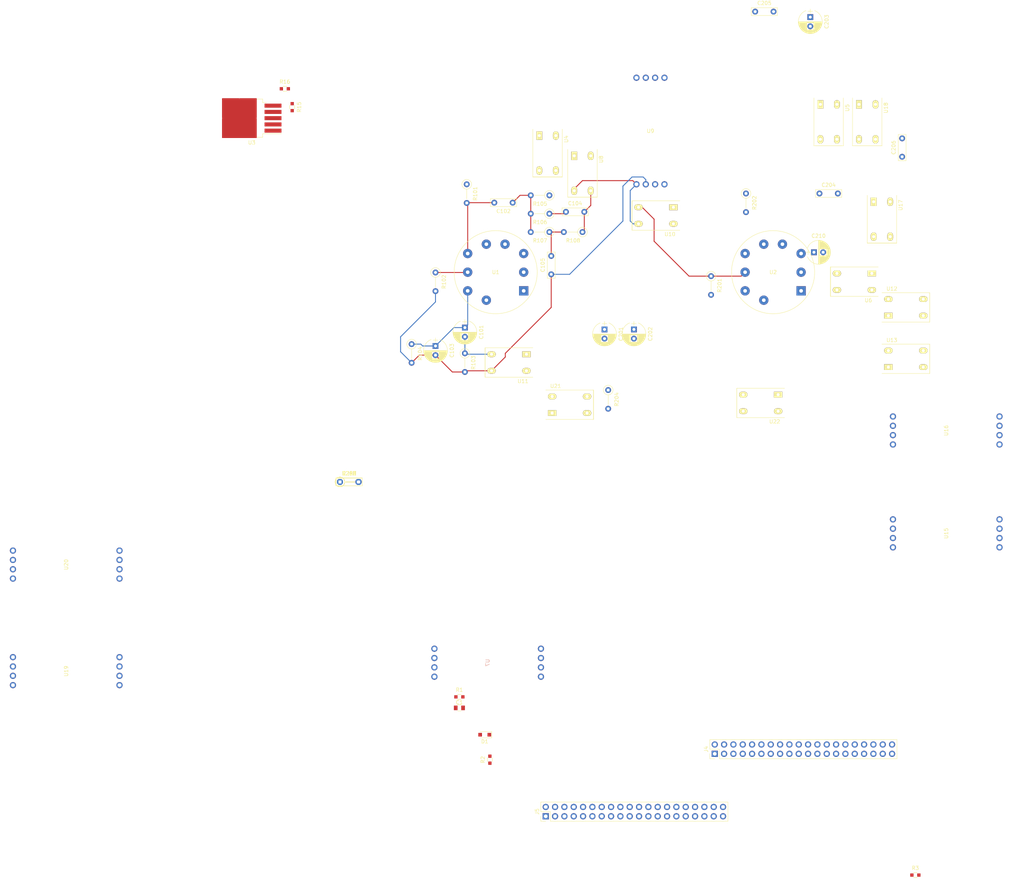
<source format=kicad_pcb>
(kicad_pcb (version 4) (host pcbnew 4.0.7-e0-6372~58~ubuntu16.10.1)
  (layers (0 F.Cu signal) (31 B.Cu signal) (34 B.Paste user) (35 F.Paste user) (36 B.SilkS user) (37 F.SilkS user) (38 B.Mask user) (39 F.Mask user) (44 Edge.Cuts user))
  (net 0 "")
  (net 1 "Net-(C1-Pad1)")
  (net 2 "Net-(C1-Pad2)")
  (net 3 GNDD)
  (net 4 "Net-(R3-Pad2)")
  (net 5 "Net-(C101-Pad1)")
  (net 6 "Net-(C101-Pad2)")
  (net 7 "Net-(C102-Pad1)")
  (net 8 "Net-(C102-Pad2)")
  (net 9 GND_V1)
  (net 10 "Net-(C104-Pad1)")
  (net 11 "Net-(C104-Pad2)")
  (net 12 "Net-(C105-Pad2)")
  (net 13 "Net-(D1-Pad2)")
  (net 14 SW1)
  (net 15 SW2)
  (net 16 SW3)
  (net 17 "Net-(J4-Pad4)")
  (net 18 SW4)
  (net 19 "Net-(J4-Pad6)")
  (net 20 SW5)
  (net 21 "Net-(J4-Pad8)")
  (net 22 "Net-(J4-Pad9)")
  (net 23 "Net-(J4-Pad10)")
  (net 24 "Net-(J4-Pad11)")
  (net 25 "Net-(J4-Pad12)")
  (net 26 "Net-(J4-Pad13)")
  (net 27 "Net-(J4-Pad14)")
  (net 28 "Net-(J4-Pad15)")
  (net 29 "Net-(J4-Pad16)")
  (net 30 "Net-(J4-Pad17)")
  (net 31 "Net-(J4-Pad18)")
  (net 32 "Net-(J4-Pad19)")
  (net 33 "Net-(J4-Pad20)")
  (net 34 "Net-(J4-Pad21)")
  (net 35 "Net-(J4-Pad22)")
  (net 36 "Net-(J4-Pad23)")
  (net 37 "Net-(J4-Pad24)")
  (net 38 "Net-(J4-Pad25)")
  (net 39 "Net-(J4-Pad26)")
  (net 40 "Net-(J4-Pad27)")
  (net 41 "Net-(J4-Pad28)")
  (net 42 "Net-(J4-Pad29)")
  (net 43 "Net-(J4-Pad30)")
  (net 44 "Net-(J4-Pad31)")
  (net 45 "Net-(J4-Pad32)")
  (net 46 "Net-(J4-Pad33)")
  (net 47 "Net-(J4-Pad34)")
  (net 48 "Net-(J4-Pad35)")
  (net 49 "Net-(J4-Pad36)")
  (net 50 "Net-(J4-Pad37)")
  (net 51 "Net-(J4-Pad38)")
  (net 52 "Net-(J4-Pad39)")
  (net 53 "Net-(J4-Pad40)")
  (net 54 "Net-(J5-Pad1)")
  (net 55 "Net-(J5-Pad2)")
  (net 56 "Net-(J5-Pad3)")
  (net 57 "Net-(J5-Pad4)")
  (net 58 "Net-(J5-Pad5)")
  (net 59 "Net-(J5-Pad6)")
  (net 60 "Net-(J5-Pad7)")
  (net 61 "Net-(J5-Pad8)")
  (net 62 "Net-(J5-Pad9)")
  (net 63 "Net-(J5-Pad10)")
  (net 64 "Net-(J5-Pad11)")
  (net 65 "Net-(J5-Pad12)")
  (net 66 "Net-(J5-Pad13)")
  (net 67 "Net-(J5-Pad14)")
  (net 68 "Net-(J5-Pad15)")
  (net 69 "Net-(J5-Pad16)")
  (net 70 "Net-(J5-Pad17)")
  (net 71 "Net-(J5-Pad18)")
  (net 72 "Net-(J5-Pad19)")
  (net 73 "Net-(J5-Pad20)")
  (net 74 "Net-(J5-Pad21)")
  (net 75 "Net-(J5-Pad22)")
  (net 76 "Net-(J5-Pad23)")
  (net 77 "Net-(J5-Pad24)")
  (net 78 "Net-(J5-Pad25)")
  (net 79 "Net-(J5-Pad26)")
  (net 80 "Net-(J5-Pad27)")
  (net 81 "Net-(J5-Pad28)")
  (net 82 "Net-(J5-Pad29)")
  (net 83 "Net-(J5-Pad30)")
  (net 84 "Net-(J5-Pad31)")
  (net 85 "Net-(J5-Pad32)")
  (net 86 "Net-(J5-Pad33)")
  (net 87 "Net-(J5-Pad34)")
  (net 88 "Net-(J5-Pad35)")
  (net 89 "Net-(J5-Pad36)")
  (net 90 "Net-(J5-Pad37)")
  (net 91 "Net-(J5-Pad38)")
  (net 92 "Net-(J5-Pad39)")
  (net 93 "Net-(J5-Pad40)")
  (net 94 "Net-(R1-Pad1)")
  (net 95 "Net-(R1-Pad2)")
  (net 96 "Net-(R2-Pad1)")
  (net 97 A+)
  (net 98 "Net-(R3-Pad1)")
  (net 99 "Net-(R15-Pad1)")
  (net 100 12V6)
  (net 101 HEATER_GND)
  (net 102 +420V)
  (net 103 "Net-(R102-Pad1)")
  (net 104 "Net-(R105-Pad1)")
  (net 105 "Net-(U1-Pad2)")
  (net 106 "Net-(U1-Pad3)")
  (net 107 "Net-(U1-Pad9)")
  (net 108 "Net-(U2-Pad9)")
  (net 109 "Net-(C15-Pad1)")
  (net 110 ThermalPad)
  (net 111 "Net-(U4-Pad1)")
  (net 112 "Net-(U10-Pad2)")
  (net 113 +3V3)
  (net 114 "Net-(U8-Pad1)")
  (net 115 "Net-(U9-Pad1)")
  (net 116 "Net-(U9-Pad2)")
  (net 117 "Net-(U9-Pad4)")
  (net 118 "Net-(U9-Pad8)")
  (net 119 "Net-(U9-Pad7)")
  (net 120 "Net-(U10-Pad1)")
  (net 121 "Net-(U10-Pad3)")
  (net 122 "Net-(U11-Pad1)")
  (net 123 TO_V1A)
  (net 124 "Net-(J3-Pad3)")
  (net 125 "Net-(U15-Pad1)")
  (net 126 "Net-(U15-Pad2)")
  (net 127 "Net-(C23-Pad2)")
  (net 128 "Net-(U15-Pad6)")
  (net 129 "Net-(C21-Pad2)")
  (net 130 "Net-(U16-Pad1)")
  (net 131 "Net-(U16-Pad2)")
  (net 132 "Net-(C22-Pad1)")
  (net 133 "Net-(U16-Pad5)")
  (net 134 "Net-(U11-Pad2)")
  (net 135 "Net-(C201-Pad1)")
  (net 136 "Net-(C201-Pad2)")
  (net 137 "Net-(C202-Pad2)")
  (net 138 "Net-(C203-Pad1)")
  (net 139 "Net-(C203-Pad2)")
  (net 140 "Net-(C204-Pad1)")
  (net 141 "Net-(C205-Pad1)")
  (net 142 "Net-(C206-Pad1)")
  (net 143 "Net-(C206-Pad2)")
  (net 144 "Net-(C207-Pad1)")
  (net 145 "Net-(C208-Pad1)")
  (net 146 TONE1_OUT)
  (net 147 GAIN2)
  (net 148 "Net-(C210-Pad1)")
  (net 149 GND_V2)
  (net 150 TO_V2A)
  (net 151 "Net-(R202-Pad2)")
  (net 152 "Net-(R203-Pad2)")
  (net 153 "Net-(C2-Pad2)")
  (net 154 "Net-(U1-Pad1)")
  (net 155 "Net-(U5-Pad1)")
  (net 156 "Net-(U5-Pad2)")
  (net 157 "Net-(U6-Pad1)")
  (net 158 "Net-(U6-Pad2)")
  (net 159 "Net-(U7-Pad1)")
  (net 160 "Net-(U7-Pad2)")
  (net 161 "Net-(U7-Pad4)")
  (net 162 "Net-(U17-Pad1)")
  (net 163 "Net-(U17-Pad2)")
  (net 164 "Net-(U18-Pad1)")
  (net 165 "Net-(U18-Pad2)")
  (net 166 "Net-(U19-Pad1)")
  (net 167 "Net-(U19-Pad2)")
  (net 168 "Net-(U19-Pad4)")
  (net 169 "Net-(U20-Pad1)")
  (net 170 "Net-(U20-Pad2)")
  (net 171 "Net-(U21-Pad1)")
  (net 172 "Net-(U21-Pad2)")
  (net 173 "Net-(U22-Pad1)")
  (net 174 "Net-(U22-Pad2)")
  (net 175 "Net-(U22-Pad4)")
  (module Capacitors_SMD:C_0805 (layer F.Cu) (at 32.5 61.5)
    (fp_text reference C1 (at 0 -1.5) (layer F.SilkS))
    (fp_text value "47 uF")
    (pad 1 smd rect (at -1 0) (size 1 1.25) (layers F.Cu F.Paste F.Mask) (net 1 "Net-(C1-Pad1)"))
    (pad 2 smd rect (at 1 0) (size 1 1.25) (layers F.Cu F.Paste F.Mask) (net 2 "Net-(C1-Pad2)"))
  )
  (module Diodes_SMD:D_SOD-323_HandSoldering (layer F.Cu) (at 39.4 68.8 180)
    (fp_text reference D1 (at 0 -1.85 180) (layer F.SilkS))
    (fp_text value D)
    (pad 1 smd rect (at -1.25 0 180) (size 1 1) (layers F.Cu F.Paste F.Mask) (net 1 "Net-(C1-Pad1)"))
    (pad 2 smd rect (at 1.25 0 180) (size 1 1) (layers F.Cu F.Paste F.Mask) (net 13 "Net-(D1-Pad2)"))
  )
  (module Resistors_SMD_Addons:R_0603_HandSolder (layer F.Cu) (at 32.5 58.5)
    (fp_text reference R1 (at 0 -1.9) (layer F.SilkS))
    (fp_text value 6,8K)
    (pad 1 smd rect (at -0.95 0) (size 0.9 0.9) (layers F.Cu F.Paste F.Mask) (net 94 "Net-(R1-Pad1)"))
    (pad 2 smd rect (at 0.95 0) (size 0.9 0.9) (layers F.Cu F.Paste F.Mask) (net 95 "Net-(R1-Pad2)"))
  )
  (module Resistors_SMD_Addons:R_0603_HandSolder (layer F.Cu) (at 40.8 75.6 90)
    (fp_text reference R2 (at 0 -1.9 90) (layer F.SilkS))
    (fp_text value 3,3K)
    (pad 1 smd rect (at -0.95 0 90) (size 0.9 0.9) (layers F.Cu F.Paste F.Mask) (net 96 "Net-(R2-Pad1)"))
    (pad 2 smd rect (at 0.95 0 90) (size 0.9 0.9) (layers F.Cu F.Paste F.Mask) (net 97 A+))
  )
  (module Resistors_SMD_Addons:R_0603_HandSolder (layer F.Cu) (at 156.6 107)
    (fp_text reference R3 (at 0 -1.9) (layer F.SilkS))
    (fp_text value 3,3K)
    (pad 1 smd rect (at -0.95 0) (size 0.9 0.9) (layers F.Cu F.Paste F.Mask) (net 98 "Net-(R3-Pad1)"))
    (pad 2 smd rect (at 0.95 0) (size 0.9 0.9) (layers F.Cu F.Paste F.Mask) (net 4 "Net-(R3-Pad2)"))
  )
  (module Valves:VALVE-NOVAL_P (layer F.Cu) (at 50 -52)
    (fp_text reference U1 (at -7.62 -5.08) (layer F.SilkS))
    (fp_text value ECC83)
    (pad 1 thru_hole rect (at 0 0) (size 2.54 2.54) (drill 1) (layers *.Cu *.Mask) (net 154 "Net-(U1-Pad1)"))
    (pad 2 thru_hole circle (at 0 -5.08) (size 2.54 5.08) (drill 1) (layers *.Cu *.Mask) (net 105 "Net-(U1-Pad2)"))
    (pad 3 thru_hole circle (at 0 -10.16) (size 2.54 5.08) (drill 1) (layers *.Cu *.Mask) (net 106 "Net-(U1-Pad3)"))
    (pad 4 thru_hole circle (at -5.08 -12.7) (size 2.54 5.08) (drill 1) (layers *.Cu *.Mask) (net 100 12V6))
    (pad 5 thru_hole circle (at -10.16 -12.7) (size 2.54 5.08) (drill 1) (layers *.Cu *.Mask) (net 101 HEATER_GND))
    (pad 6 thru_hole circle (at -15.24 -10.16) (size 2.54 5.08) (drill 1) (layers *.Cu *.Mask) (net 8 "Net-(C102-Pad2)"))
    (pad 7 thru_hole circle (at -15.24 -5.08) (size 2.54 5.08) (drill 1) (layers *.Cu *.Mask) (net 103 "Net-(R102-Pad1)"))
    (pad 8 thru_hole circle (at -15.24 0) (size 2.54 5.08) (drill 1) (layers *.Cu *.Mask) (net 5 "Net-(C101-Pad1)"))
    (pad 9 thru_hole circle (at -10.16 2.54) (size 2.54 5.08) (drill 1) (layers *.Cu *.Mask) (net 107 "Net-(U1-Pad9)"))
  )
  (module Valves:VALVE-NOVAL_P (layer F.Cu) (at 125.5 -52)
    (fp_text reference U2 (at -7.62 -5.08) (layer F.SilkS))
    (fp_text value ECC83)
    (pad 1 thru_hole rect (at 0 0) (size 2.54 2.54) (drill 1) (layers *.Cu *.Mask) (net 153 "Net-(C2-Pad2)"))
    (pad 2 thru_hole circle (at 0 -5.08) (size 2.54 5.08) (drill 1) (layers *.Cu *.Mask) (net 147 GAIN2))
    (pad 3 thru_hole circle (at 0 -10.16) (size 2.54 5.08) (drill 1) (layers *.Cu *.Mask) (net 148 "Net-(C210-Pad1)"))
    (pad 4 thru_hole circle (at -5.08 -12.7) (size 2.54 5.08) (drill 1) (layers *.Cu *.Mask) (net 100 12V6))
    (pad 5 thru_hole circle (at -10.16 -12.7) (size 2.54 5.08) (drill 1) (layers *.Cu *.Mask) (net 101 HEATER_GND))
    (pad 6 thru_hole circle (at -15.24 -10.16) (size 2.54 5.08) (drill 1) (layers *.Cu *.Mask) (net 151 "Net-(R202-Pad2)"))
    (pad 7 thru_hole circle (at -15.24 -5.08) (size 2.54 5.08) (drill 1) (layers *.Cu *.Mask) (net 150 TO_V2A))
    (pad 8 thru_hole circle (at -15.24 0) (size 2.54 5.08) (drill 1) (layers *.Cu *.Mask) (net 135 "Net-(C201-Pad1)"))
    (pad 9 thru_hole circle (at -10.16 2.54) (size 2.54 5.08) (drill 1) (layers *.Cu *.Mask) (net 108 "Net-(U2-Pad9)"))
  )
  (module Capacitors_ThroughHole:CP_Radial_D6.3mm_P2.50mm (layer F.Cu) (at 34 -42 270)
    (fp_text reference C101 (at 1.25 -4.46 270) (layer F.SilkS))
    (fp_text value 15uF)
    (pad 1 thru_hole rect (at 0 0 270) (size 1.6 1.6) (drill 0.8) (layers *.Cu *.Mask) (net 5 "Net-(C101-Pad1)"))
    (pad 2 thru_hole circle (at 2.5 0 270) (size 1.6 1.6) (drill 0.8) (layers *.Cu *.Mask) (net 6 "Net-(C101-Pad2)"))
  )
  (module Capacitors_ThroughHole:C_Rect_L7.0mm_W2.0mm_P5.00mm (layer F.Cu) (at 47 -76 180)
    (fp_text reference C102 (at 2.5 -2.31 180) (layer F.SilkS))
    (fp_text value 20nF)
    (pad 1 thru_hole circle (at 0 0 180) (size 1.6 1.6) (drill 0.8) (layers *.Cu *.Mask) (net 7 "Net-(C102-Pad1)"))
    (pad 2 thru_hole circle (at 5 0 180) (size 1.6 1.6) (drill 0.8) (layers *.Cu *.Mask) (net 8 "Net-(C102-Pad2)"))
  )
  (module Capacitors_ThroughHole:CP_Radial_D6.3mm_P2.50mm (layer F.Cu) (at 26 -37 270)
    (fp_text reference C103 (at 1.25 -4.46 270) (layer F.SilkS))
    (fp_text value 1uF)
    (pad 1 thru_hole rect (at 0 0 270) (size 1.6 1.6) (drill 0.8) (layers *.Cu *.Mask) (net 5 "Net-(C101-Pad1)"))
    (pad 2 thru_hole circle (at 2.5 0 270) (size 1.6 1.6) (drill 0.8) (layers *.Cu *.Mask) (net 9 GND_V1))
  )
  (module Capacitors_ThroughHole:C_Rect_L7.0mm_W2.0mm_P5.00mm (layer F.Cu) (at 61.5 -73.5)
    (fp_text reference C104 (at 2.5 -2.31) (layer F.SilkS))
    (fp_text value 1nF)
    (pad 1 thru_hole circle (at 0 0) (size 1.6 1.6) (drill 0.8) (layers *.Cu *.Mask) (net 10 "Net-(C104-Pad1)"))
    (pad 2 thru_hole circle (at 5 0) (size 1.6 1.6) (drill 0.8) (layers *.Cu *.Mask) (net 11 "Net-(C104-Pad2)"))
  )
  (module Capacitors_ThroughHole:C_Rect_L7.0mm_W2.0mm_P5.00mm (layer F.Cu) (at 57.5 -56.5 90)
    (fp_text reference C105 (at 2.5 -2.31 90) (layer F.SilkS))
    (fp_text value 47pF)
    (pad 1 thru_hole circle (at 0 0 90) (size 1.6 1.6) (drill 0.8) (layers *.Cu *.Mask) (net 9 GND_V1))
    (pad 2 thru_hole circle (at 5 0 90) (size 1.6 1.6) (drill 0.8) (layers *.Cu *.Mask) (net 12 "Net-(C105-Pad2)"))
  )
  (module Pin_Headers:Pin_Header_Straight_2x20_Pitch2.54mm (layer F.Cu) (at 102 74 90)
    (fp_text reference J4 (at 1.27 -2.33 90) (layer F.SilkS))
    (fp_text value CONN_02X20)
    (pad 1 thru_hole rect (at 0 0 90) (size 1.7 1.7) (drill 1) (layers *.Cu *.Mask) (net 14 SW1))
    (pad 2 thru_hole oval (at 2.54 0 90) (size 1.7 1.7) (drill 1) (layers *.Cu *.Mask) (net 15 SW2))
    (pad 3 thru_hole oval (at 0 2.54 90) (size 1.7 1.7) (drill 1) (layers *.Cu *.Mask) (net 16 SW3))
    (pad 4 thru_hole oval (at 2.54 2.54 90) (size 1.7 1.7) (drill 1) (layers *.Cu *.Mask) (net 17 "Net-(J4-Pad4)"))
    (pad 5 thru_hole oval (at 0 5.08 90) (size 1.7 1.7) (drill 1) (layers *.Cu *.Mask) (net 18 SW4))
    (pad 6 thru_hole oval (at 2.54 5.08 90) (size 1.7 1.7) (drill 1) (layers *.Cu *.Mask) (net 19 "Net-(J4-Pad6)"))
    (pad 7 thru_hole oval (at 0 7.62 90) (size 1.7 1.7) (drill 1) (layers *.Cu *.Mask) (net 20 SW5))
    (pad 8 thru_hole oval (at 2.54 7.62 90) (size 1.7 1.7) (drill 1) (layers *.Cu *.Mask) (net 21 "Net-(J4-Pad8)"))
    (pad 9 thru_hole oval (at 0 10.16 90) (size 1.7 1.7) (drill 1) (layers *.Cu *.Mask) (net 22 "Net-(J4-Pad9)"))
    (pad 10 thru_hole oval (at 2.54 10.16 90) (size 1.7 1.7) (drill 1) (layers *.Cu *.Mask) (net 23 "Net-(J4-Pad10)"))
    (pad 11 thru_hole oval (at 0 12.7 90) (size 1.7 1.7) (drill 1) (layers *.Cu *.Mask) (net 24 "Net-(J4-Pad11)"))
    (pad 12 thru_hole oval (at 2.54 12.7 90) (size 1.7 1.7) (drill 1) (layers *.Cu *.Mask) (net 25 "Net-(J4-Pad12)"))
    (pad 13 thru_hole oval (at 0 15.24 90) (size 1.7 1.7) (drill 1) (layers *.Cu *.Mask) (net 26 "Net-(J4-Pad13)"))
    (pad 14 thru_hole oval (at 2.54 15.24 90) (size 1.7 1.7) (drill 1) (layers *.Cu *.Mask) (net 27 "Net-(J4-Pad14)"))
    (pad 15 thru_hole oval (at 0 17.78 90) (size 1.7 1.7) (drill 1) (layers *.Cu *.Mask) (net 28 "Net-(J4-Pad15)"))
    (pad 16 thru_hole oval (at 2.54 17.78 90) (size 1.7 1.7) (drill 1) (layers *.Cu *.Mask) (net 29 "Net-(J4-Pad16)"))
    (pad 17 thru_hole oval (at 0 20.32 90) (size 1.7 1.7) (drill 1) (layers *.Cu *.Mask) (net 30 "Net-(J4-Pad17)"))
    (pad 18 thru_hole oval (at 2.54 20.32 90) (size 1.7 1.7) (drill 1) (layers *.Cu *.Mask) (net 31 "Net-(J4-Pad18)"))
    (pad 19 thru_hole oval (at 0 22.86 90) (size 1.7 1.7) (drill 1) (layers *.Cu *.Mask) (net 32 "Net-(J4-Pad19)"))
    (pad 20 thru_hole oval (at 2.54 22.86 90) (size 1.7 1.7) (drill 1) (layers *.Cu *.Mask) (net 33 "Net-(J4-Pad20)"))
    (pad 21 thru_hole oval (at 0 25.4 90) (size 1.7 1.7) (drill 1) (layers *.Cu *.Mask) (net 34 "Net-(J4-Pad21)"))
    (pad 22 thru_hole oval (at 2.54 25.4 90) (size 1.7 1.7) (drill 1) (layers *.Cu *.Mask) (net 35 "Net-(J4-Pad22)"))
    (pad 23 thru_hole oval (at 0 27.94 90) (size 1.7 1.7) (drill 1) (layers *.Cu *.Mask) (net 36 "Net-(J4-Pad23)"))
    (pad 24 thru_hole oval (at 2.54 27.94 90) (size 1.7 1.7) (drill 1) (layers *.Cu *.Mask) (net 37 "Net-(J4-Pad24)"))
    (pad 25 thru_hole oval (at 0 30.48 90) (size 1.7 1.7) (drill 1) (layers *.Cu *.Mask) (net 38 "Net-(J4-Pad25)"))
    (pad 26 thru_hole oval (at 2.54 30.48 90) (size 1.7 1.7) (drill 1) (layers *.Cu *.Mask) (net 39 "Net-(J4-Pad26)"))
    (pad 27 thru_hole oval (at 0 33.02 90) (size 1.7 1.7) (drill 1) (layers *.Cu *.Mask) (net 40 "Net-(J4-Pad27)"))
    (pad 28 thru_hole oval (at 2.54 33.02 90) (size 1.7 1.7) (drill 1) (layers *.Cu *.Mask) (net 41 "Net-(J4-Pad28)"))
    (pad 29 thru_hole oval (at 0 35.56 90) (size 1.7 1.7) (drill 1) (layers *.Cu *.Mask) (net 42 "Net-(J4-Pad29)"))
    (pad 30 thru_hole oval (at 2.54 35.56 90) (size 1.7 1.7) (drill 1) (layers *.Cu *.Mask) (net 43 "Net-(J4-Pad30)"))
    (pad 31 thru_hole oval (at 0 38.1 90) (size 1.7 1.7) (drill 1) (layers *.Cu *.Mask) (net 44 "Net-(J4-Pad31)"))
    (pad 32 thru_hole oval (at 2.54 38.1 90) (size 1.7 1.7) (drill 1) (layers *.Cu *.Mask) (net 45 "Net-(J4-Pad32)"))
    (pad 33 thru_hole oval (at 0 40.64 90) (size 1.7 1.7) (drill 1) (layers *.Cu *.Mask) (net 46 "Net-(J4-Pad33)"))
    (pad 34 thru_hole oval (at 2.54 40.64 90) (size 1.7 1.7) (drill 1) (layers *.Cu *.Mask) (net 47 "Net-(J4-Pad34)"))
    (pad 35 thru_hole oval (at 0 43.18 90) (size 1.7 1.7) (drill 1) (layers *.Cu *.Mask) (net 48 "Net-(J4-Pad35)"))
    (pad 36 thru_hole oval (at 2.54 43.18 90) (size 1.7 1.7) (drill 1) (layers *.Cu *.Mask) (net 49 "Net-(J4-Pad36)"))
    (pad 37 thru_hole oval (at 0 45.72 90) (size 1.7 1.7) (drill 1) (layers *.Cu *.Mask) (net 50 "Net-(J4-Pad37)"))
    (pad 38 thru_hole oval (at 2.54 45.72 90) (size 1.7 1.7) (drill 1) (layers *.Cu *.Mask) (net 51 "Net-(J4-Pad38)"))
    (pad 39 thru_hole oval (at 0 48.26 90) (size 1.7 1.7) (drill 1) (layers *.Cu *.Mask) (net 52 "Net-(J4-Pad39)"))
    (pad 40 thru_hole oval (at 2.54 48.26 90) (size 1.7 1.7) (drill 1) (layers *.Cu *.Mask) (net 53 "Net-(J4-Pad40)"))
  )
  (module Pin_Headers:Pin_Header_Straight_2x20_Pitch2.54mm (layer F.Cu) (at 56 91 90)
    (fp_text reference J5 (at 1.27 -2.33 90) (layer F.SilkS))
    (fp_text value CONN_02X20)
    (pad 1 thru_hole rect (at 0 0 90) (size 1.7 1.7) (drill 1) (layers *.Cu *.Mask) (net 54 "Net-(J5-Pad1)"))
    (pad 2 thru_hole oval (at 2.54 0 90) (size 1.7 1.7) (drill 1) (layers *.Cu *.Mask) (net 55 "Net-(J5-Pad2)"))
    (pad 3 thru_hole oval (at 0 2.54 90) (size 1.7 1.7) (drill 1) (layers *.Cu *.Mask) (net 56 "Net-(J5-Pad3)"))
    (pad 4 thru_hole oval (at 2.54 2.54 90) (size 1.7 1.7) (drill 1) (layers *.Cu *.Mask) (net 57 "Net-(J5-Pad4)"))
    (pad 5 thru_hole oval (at 0 5.08 90) (size 1.7 1.7) (drill 1) (layers *.Cu *.Mask) (net 58 "Net-(J5-Pad5)"))
    (pad 6 thru_hole oval (at 2.54 5.08 90) (size 1.7 1.7) (drill 1) (layers *.Cu *.Mask) (net 59 "Net-(J5-Pad6)"))
    (pad 7 thru_hole oval (at 0 7.62 90) (size 1.7 1.7) (drill 1) (layers *.Cu *.Mask) (net 60 "Net-(J5-Pad7)"))
    (pad 8 thru_hole oval (at 2.54 7.62 90) (size 1.7 1.7) (drill 1) (layers *.Cu *.Mask) (net 61 "Net-(J5-Pad8)"))
    (pad 9 thru_hole oval (at 0 10.16 90) (size 1.7 1.7) (drill 1) (layers *.Cu *.Mask) (net 62 "Net-(J5-Pad9)"))
    (pad 10 thru_hole oval (at 2.54 10.16 90) (size 1.7 1.7) (drill 1) (layers *.Cu *.Mask) (net 63 "Net-(J5-Pad10)"))
    (pad 11 thru_hole oval (at 0 12.7 90) (size 1.7 1.7) (drill 1) (layers *.Cu *.Mask) (net 64 "Net-(J5-Pad11)"))
    (pad 12 thru_hole oval (at 2.54 12.7 90) (size 1.7 1.7) (drill 1) (layers *.Cu *.Mask) (net 65 "Net-(J5-Pad12)"))
    (pad 13 thru_hole oval (at 0 15.24 90) (size 1.7 1.7) (drill 1) (layers *.Cu *.Mask) (net 66 "Net-(J5-Pad13)"))
    (pad 14 thru_hole oval (at 2.54 15.24 90) (size 1.7 1.7) (drill 1) (layers *.Cu *.Mask) (net 67 "Net-(J5-Pad14)"))
    (pad 15 thru_hole oval (at 0 17.78 90) (size 1.7 1.7) (drill 1) (layers *.Cu *.Mask) (net 68 "Net-(J5-Pad15)"))
    (pad 16 thru_hole oval (at 2.54 17.78 90) (size 1.7 1.7) (drill 1) (layers *.Cu *.Mask) (net 69 "Net-(J5-Pad16)"))
    (pad 17 thru_hole oval (at 0 20.32 90) (size 1.7 1.7) (drill 1) (layers *.Cu *.Mask) (net 70 "Net-(J5-Pad17)"))
    (pad 18 thru_hole oval (at 2.54 20.32 90) (size 1.7 1.7) (drill 1) (layers *.Cu *.Mask) (net 71 "Net-(J5-Pad18)"))
    (pad 19 thru_hole oval (at 0 22.86 90) (size 1.7 1.7) (drill 1) (layers *.Cu *.Mask) (net 72 "Net-(J5-Pad19)"))
    (pad 20 thru_hole oval (at 2.54 22.86 90) (size 1.7 1.7) (drill 1) (layers *.Cu *.Mask) (net 73 "Net-(J5-Pad20)"))
    (pad 21 thru_hole oval (at 0 25.4 90) (size 1.7 1.7) (drill 1) (layers *.Cu *.Mask) (net 74 "Net-(J5-Pad21)"))
    (pad 22 thru_hole oval (at 2.54 25.4 90) (size 1.7 1.7) (drill 1) (layers *.Cu *.Mask) (net 75 "Net-(J5-Pad22)"))
    (pad 23 thru_hole oval (at 0 27.94 90) (size 1.7 1.7) (drill 1) (layers *.Cu *.Mask) (net 76 "Net-(J5-Pad23)"))
    (pad 24 thru_hole oval (at 2.54 27.94 90) (size 1.7 1.7) (drill 1) (layers *.Cu *.Mask) (net 77 "Net-(J5-Pad24)"))
    (pad 25 thru_hole oval (at 0 30.48 90) (size 1.7 1.7) (drill 1) (layers *.Cu *.Mask) (net 78 "Net-(J5-Pad25)"))
    (pad 26 thru_hole oval (at 2.54 30.48 90) (size 1.7 1.7) (drill 1) (layers *.Cu *.Mask) (net 79 "Net-(J5-Pad26)"))
    (pad 27 thru_hole oval (at 0 33.02 90) (size 1.7 1.7) (drill 1) (layers *.Cu *.Mask) (net 80 "Net-(J5-Pad27)"))
    (pad 28 thru_hole oval (at 2.54 33.02 90) (size 1.7 1.7) (drill 1) (layers *.Cu *.Mask) (net 81 "Net-(J5-Pad28)"))
    (pad 29 thru_hole oval (at 0 35.56 90) (size 1.7 1.7) (drill 1) (layers *.Cu *.Mask) (net 82 "Net-(J5-Pad29)"))
    (pad 30 thru_hole oval (at 2.54 35.56 90) (size 1.7 1.7) (drill 1) (layers *.Cu *.Mask) (net 83 "Net-(J5-Pad30)"))
    (pad 31 thru_hole oval (at 0 38.1 90) (size 1.7 1.7) (drill 1) (layers *.Cu *.Mask) (net 84 "Net-(J5-Pad31)"))
    (pad 32 thru_hole oval (at 2.54 38.1 90) (size 1.7 1.7) (drill 1) (layers *.Cu *.Mask) (net 85 "Net-(J5-Pad32)"))
    (pad 33 thru_hole oval (at 0 40.64 90) (size 1.7 1.7) (drill 1) (layers *.Cu *.Mask) (net 86 "Net-(J5-Pad33)"))
    (pad 34 thru_hole oval (at 2.54 40.64 90) (size 1.7 1.7) (drill 1) (layers *.Cu *.Mask) (net 87 "Net-(J5-Pad34)"))
    (pad 35 thru_hole oval (at 0 43.18 90) (size 1.7 1.7) (drill 1) (layers *.Cu *.Mask) (net 88 "Net-(J5-Pad35)"))
    (pad 36 thru_hole oval (at 2.54 43.18 90) (size 1.7 1.7) (drill 1) (layers *.Cu *.Mask) (net 89 "Net-(J5-Pad36)"))
    (pad 37 thru_hole oval (at 0 45.72 90) (size 1.7 1.7) (drill 1) (layers *.Cu *.Mask) (net 90 "Net-(J5-Pad37)"))
    (pad 38 thru_hole oval (at 2.54 45.72 90) (size 1.7 1.7) (drill 1) (layers *.Cu *.Mask) (net 91 "Net-(J5-Pad38)"))
    (pad 39 thru_hole oval (at 0 48.26 90) (size 1.7 1.7) (drill 1) (layers *.Cu *.Mask) (net 92 "Net-(J5-Pad39)"))
    (pad 40 thru_hole oval (at 2.54 48.26 90) (size 1.7 1.7) (drill 1) (layers *.Cu *.Mask) (net 93 "Net-(J5-Pad40)"))
  )
  (module Resistors_SMD_Addons:R_0603_HandSolder (layer F.Cu) (at -13 -102 270)
    (fp_text reference R15 (at 0 -1.9 270) (layer F.SilkS))
    (fp_text value "36K1 PAT0603E3612BST5")
    (pad 1 smd rect (at -0.95 0 270) (size 0.9 0.9) (layers F.Cu F.Paste F.Mask) (net 99 "Net-(R15-Pad1)"))
    (pad 2 smd rect (at 0.95 0 270) (size 0.9 0.9) (layers F.Cu F.Paste F.Mask) (net 100 12V6))
  )
  (module Resistors_SMD_Addons:R_0603_HandSolder (layer F.Cu) (at -15 -107)
    (fp_text reference R16 (at 0 -1.9) (layer F.SilkS))
    (fp_text value "3K9 CPF0603B3K9E1")
    (pad 1 smd rect (at -0.95 0) (size 0.9 0.9) (layers F.Cu F.Paste F.Mask) (net 101 HEATER_GND))
    (pad 2 smd rect (at 0.95 0) (size 0.9 0.9) (layers F.Cu F.Paste F.Mask) (net 99 "Net-(R15-Pad1)"))
  )
  (module Resistors_ThroughHole:R_Axial_DIN0207_L6.3mm_D2.5mm_P5.08mm_Vertical (layer F.Cu) (at 34.5 -81 270)
    (fp_text reference R101 (at 2.54 -2.31 270) (layer F.SilkS))
    (fp_text value 100K)
    (pad 1 thru_hole circle (at 0 0 270) (size 1.6 1.6) (drill 0.8) (layers *.Cu *.Mask) (net 102 +420V))
    (pad 2 thru_hole oval (at 5.08 0 270) (size 1.6 1.6) (drill 0.8) (layers *.Cu *.Mask) (net 8 "Net-(C102-Pad2)"))
  )
  (module Resistors_ThroughHole:R_Axial_DIN0207_L6.3mm_D2.5mm_P5.08mm_Vertical (layer F.Cu) (at 26 -57 270)
    (fp_text reference R102 (at 2.54 -2.31 270) (layer F.SilkS))
    (fp_text value 1M)
    (pad 1 thru_hole circle (at 0 0 270) (size 1.6 1.6) (drill 0.8) (layers *.Cu *.Mask) (net 103 "Net-(R102-Pad1)"))
    (pad 2 thru_hole oval (at 5.08 0 270) (size 1.6 1.6) (drill 0.8) (layers *.Cu *.Mask) (net 9 GND_V1))
  )
  (module Resistors_ThroughHole:R_Axial_DIN0207_L6.3mm_D2.5mm_P5.08mm_Vertical (layer F.Cu) (at 34 -35 270)
    (fp_text reference R103 (at 2.54 -2.31 270) (layer F.SilkS))
    (fp_text value 22K)
    (pad 1 thru_hole circle (at 0 0 270) (size 1.6 1.6) (drill 0.8) (layers *.Cu *.Mask) (net 6 "Net-(C101-Pad2)"))
    (pad 2 thru_hole oval (at 5.08 0 270) (size 1.6 1.6) (drill 0.8) (layers *.Cu *.Mask) (net 9 GND_V1))
  )
  (module Resistors_ThroughHole:R_Axial_DIN0207_L6.3mm_D2.5mm_P5.08mm_Vertical (layer F.Cu) (at 19.5 -37.5 270)
    (fp_text reference R104 (at 2.54 -2.31 270) (layer F.SilkS))
    (fp_text value 1K5)
    (pad 1 thru_hole circle (at 0 0 270) (size 1.6 1.6) (drill 0.8) (layers *.Cu *.Mask) (net 5 "Net-(C101-Pad1)"))
    (pad 2 thru_hole oval (at 5.08 0 270) (size 1.6 1.6) (drill 0.8) (layers *.Cu *.Mask) (net 9 GND_V1))
  )
  (module Resistors_ThroughHole:R_Axial_DIN0207_L6.3mm_D2.5mm_P5.08mm_Vertical (layer F.Cu) (at 57 -78 180)
    (fp_text reference R105 (at 2.54 -2.31 180) (layer F.SilkS))
    (fp_text value 270K)
    (pad 1 thru_hole circle (at 0 0 180) (size 1.6 1.6) (drill 0.8) (layers *.Cu *.Mask) (net 104 "Net-(R105-Pad1)"))
    (pad 2 thru_hole oval (at 5.08 0 180) (size 1.6 1.6) (drill 0.8) (layers *.Cu *.Mask) (net 7 "Net-(C102-Pad1)"))
  )
  (module Resistors_ThroughHole:R_Axial_DIN0207_L6.3mm_D2.5mm_P5.08mm_Vertical (layer F.Cu) (at 57 -73 180)
    (fp_text reference R106 (at 2.54 -2.31 180) (layer F.SilkS))
    (fp_text value 82K)
    (pad 1 thru_hole circle (at 0 0 180) (size 1.6 1.6) (drill 0.8) (layers *.Cu *.Mask) (net 10 "Net-(C104-Pad1)"))
    (pad 2 thru_hole oval (at 5.08 0 180) (size 1.6 1.6) (drill 0.8) (layers *.Cu *.Mask) (net 7 "Net-(C102-Pad1)"))
  )
  (module Resistors_ThroughHole:R_Axial_DIN0207_L6.3mm_D2.5mm_P5.08mm_Vertical (layer F.Cu) (at 57 -68 180)
    (fp_text reference R107 (at 2.54 -2.31 180) (layer F.SilkS))
    (fp_text value 470K)
    (pad 1 thru_hole circle (at 0 0 180) (size 1.6 1.6) (drill 0.8) (layers *.Cu *.Mask) (net 12 "Net-(C105-Pad2)"))
    (pad 2 thru_hole oval (at 5.08 0 180) (size 1.6 1.6) (drill 0.8) (layers *.Cu *.Mask) (net 7 "Net-(C102-Pad1)"))
  )
  (module Resistors_ThroughHole:R_Axial_DIN0207_L6.3mm_D2.5mm_P5.08mm_Vertical (layer F.Cu) (at 66 -68 180)
    (fp_text reference R108 (at 2.54 -2.31 180) (layer F.SilkS))
    (fp_text value 330K)
    (pad 1 thru_hole circle (at 0 0 180) (size 1.6 1.6) (drill 0.8) (layers *.Cu *.Mask) (net 11 "Net-(C104-Pad2)"))
    (pad 2 thru_hole oval (at 5.08 0 180) (size 1.6 1.6) (drill 0.8) (layers *.Cu *.Mask) (net 12 "Net-(C105-Pad2)"))
  )
  (module TO_SOT_Packages_SMD:TO-263-5_TabPin6 (layer F.Cu) (at -24 -99 180)
    (fp_text reference U3 (at 0 -6.65 180) (layer F.SilkS))
    (fp_text value TL1963A-Q1)
    (pad 1 smd rect (at -5.775 -3.4 180) (size 4.6 1.1) (layers F.Cu F.Paste F.Mask) (net 109 "Net-(C15-Pad1)"))
    (pad 2 smd rect (at -5.775 -1.7 180) (size 4.6 1.1) (layers F.Cu F.Paste F.Mask) (net 109 "Net-(C15-Pad1)"))
    (pad 3 smd rect (at -5.775 0 180) (size 4.6 1.1) (layers F.Cu F.Paste F.Mask) (net 101 HEATER_GND))
    (pad 4 smd rect (at -5.775 1.7 180) (size 4.6 1.1) (layers F.Cu F.Paste F.Mask) (net 100 12V6))
    (pad 5 smd rect (at -5.775 3.4 180) (size 4.6 1.1) (layers F.Cu F.Paste F.Mask) (net 99 "Net-(R15-Pad1)"))
    (pad 6 smd rect (at 3.375 0 180) (size 9.4 10.8) (layers F.Cu F.Mask) (net 110 ThermalPad))
    (pad 6 smd rect (at 5.8 2.775 180) (size 4.55 5.25) (layers F.Cu F.Paste) (net 110 ThermalPad))
    (pad 6 smd rect (at 0.95 -2.775 180) (size 4.55 5.25) (layers F.Cu F.Paste) (net 110 ThermalPad))
    (pad 6 smd rect (at 5.8 -2.775 180) (size 4.55 5.25) (layers F.Cu F.Paste) (net 110 ThermalPad))
    (pad 6 smd rect (at 0.95 2.775 180) (size 4.55 5.25) (layers F.Cu F.Paste) (net 110 ThermalPad))
  )
  (module Optoisolators:Optoisolator_LCR-0202 (layer F.Cu) (at 56.5 -89.5 270)
    (fp_text reference U4 (at -3.81 -5.08 450) (layer F.SilkS))
    (fp_text value LDRSWITCH)
    (pad 1 thru_hole rect (at -4.75 2.25 270) (size 2.29 1.57) (drill 0.81) (layers *.Cu *.Mask F.SilkS) (net 111 "Net-(U4-Pad1)"))
    (pad 2 thru_hole oval (at -4.75 -2.25 270) (size 2.29 1.57) (drill 0.81) (layers *.Cu *.Mask F.SilkS) (net 113 +3V3))
    (pad 3 thru_hole oval (at 4.75 -2.25 270) (size 2.29 1.57) (drill 0.81) (layers *.Cu *.Mask F.SilkS) (net 104 "Net-(R105-Pad1)"))
    (pad 4 thru_hole oval (at 4.75 2.25 270) (size 2.29 1.57) (drill 0.81) (layers *.Cu *.Mask F.SilkS) (net 121 "Net-(U10-Pad3)"))
  )
  (module Optoisolators:Optoisolator_LCR-0202 (layer F.Cu) (at 66 -84 270)
    (fp_text reference U8 (at -3.81 -5.08 450) (layer F.SilkS))
    (fp_text value LDRSWITCH)
    (pad 1 thru_hole rect (at -4.75 2.25 270) (size 2.29 1.57) (drill 0.81) (layers *.Cu *.Mask F.SilkS) (net 114 "Net-(U8-Pad1)"))
    (pad 2 thru_hole oval (at -4.75 -2.25 270) (size 2.29 1.57) (drill 0.81) (layers *.Cu *.Mask F.SilkS) (net 113 +3V3))
    (pad 3 thru_hole oval (at 4.75 -2.25 270) (size 2.29 1.57) (drill 0.81) (layers *.Cu *.Mask F.SilkS) (net 11 "Net-(C104-Pad2)"))
    (pad 4 thru_hole oval (at 4.75 2.25 270) (size 2.29 1.57) (drill 0.81) (layers *.Cu *.Mask F.SilkS) (net 121 "Net-(U10-Pad3)"))
  )
  (module Potentiometer_addons:Dual_LDR_Module (layer F.Cu) (at 84.5 -95.5 180)
    (fp_text reference U9 (at 0 0 180) (layer F.SilkS))
    (fp_text value Dual_LDR_Modul)
    (pad 1 thru_hole circle (at -3.81 14.5 180) (size 1.7 1.7) (drill 1) (layers *.Cu *.Mask) (net 115 "Net-(U9-Pad1)"))
    (pad 2 thru_hole circle (at -1.27 14.5 180) (size 1.7 1.7) (drill 1) (layers *.Cu *.Mask) (net 116 "Net-(U9-Pad2)"))
    (pad 4 thru_hole circle (at 1.27 14.5 180) (size 1.7 1.7) (drill 1) (layers *.Cu *.Mask) (net 117 "Net-(U9-Pad4)"))
    (pad 4 thru_hole circle (at 3.81 14.5 180) (size 1.7 1.7) (drill 1) (layers *.Cu *.Mask) (net 117 "Net-(U9-Pad4)"))
    (pad 8 thru_hole circle (at -3.81 -14.5 180) (size 1.7 1.7) (drill 1) (layers *.Cu *.Mask) (net 118 "Net-(U9-Pad8)"))
    (pad 7 thru_hole circle (at -1.27 -14.5 180) (size 1.7 1.7) (drill 1) (layers *.Cu *.Mask) (net 119 "Net-(U9-Pad7)"))
    (pad 5 thru_hole circle (at 3.81 -14.5 180) (size 1.7 1.7) (drill 1) (layers *.Cu *.Mask) (net 121 "Net-(U10-Pad3)"))
    (pad 6 thru_hole circle (at 1.27 -14.5 180) (size 1.7 1.7) (drill 1) (layers *.Cu *.Mask) (net 9 GND_V1))
  )
  (module Optoisolators:Optoisolator_LCR-0202 (layer F.Cu) (at 86 -72.5 180)
    (fp_text reference U10 (at -3.81 -5.08 360) (layer F.SilkS))
    (fp_text value LDRSWITCH)
    (pad 1 thru_hole rect (at -4.75 2.25 180) (size 2.29 1.57) (drill 0.81) (layers *.Cu *.Mask F.SilkS) (net 120 "Net-(U10-Pad1)"))
    (pad 2 thru_hole oval (at -4.75 -2.25 180) (size 2.29 1.57) (drill 0.81) (layers *.Cu *.Mask F.SilkS) (net 112 "Net-(U10-Pad2)"))
    (pad 3 thru_hole oval (at 4.75 -2.25 180) (size 2.29 1.57) (drill 0.81) (layers *.Cu *.Mask F.SilkS) (net 121 "Net-(U10-Pad3)"))
    (pad 4 thru_hole oval (at 4.75 2.25 180) (size 2.29 1.57) (drill 0.81) (layers *.Cu *.Mask F.SilkS) (net 150 TO_V2A))
  )
  (module Optoisolators:Optoisolator_LCR-0202 (layer F.Cu) (at 46 -32.5 180)
    (fp_text reference U11 (at -3.81 -5.08 360) (layer F.SilkS))
    (fp_text value LDRSWITCH)
    (pad 1 thru_hole rect (at -4.75 2.25 180) (size 2.29 1.57) (drill 0.81) (layers *.Cu *.Mask F.SilkS) (net 122 "Net-(U11-Pad1)"))
    (pad 2 thru_hole oval (at -4.75 -2.25 180) (size 2.29 1.57) (drill 0.81) (layers *.Cu *.Mask F.SilkS) (net 134 "Net-(U11-Pad2)"))
    (pad 3 thru_hole oval (at 4.75 -2.25 180) (size 2.29 1.57) (drill 0.81) (layers *.Cu *.Mask F.SilkS) (net 9 GND_V1))
    (pad 4 thru_hole oval (at 4.75 2.25 180) (size 2.29 1.57) (drill 0.81) (layers *.Cu *.Mask F.SilkS) (net 6 "Net-(C101-Pad2)"))
  )
  (module Optoisolators:Optoisolator_LCR-0202 (layer F.Cu) (at 154 -47.5)
    (fp_text reference U12 (at -3.81 -5.08 180) (layer F.SilkS))
    (fp_text value LDRSWITCH)
    (pad 1 thru_hole rect (at -4.75 2.25) (size 2.29 1.57) (drill 0.81) (layers *.Cu *.Mask F.SilkS) (net 14 SW1))
    (pad 2 thru_hole oval (at -4.75 -2.25) (size 2.29 1.57) (drill 0.81) (layers *.Cu *.Mask F.SilkS) (net 113 +3V3))
    (pad 3 thru_hole oval (at 4.75 -2.25) (size 2.29 1.57) (drill 0.81) (layers *.Cu *.Mask F.SilkS) (net 123 TO_V1A))
    (pad 4 thru_hole oval (at 4.75 2.25) (size 2.29 1.57) (drill 0.81) (layers *.Cu *.Mask F.SilkS) (net 124 "Net-(J3-Pad3)"))
  )
  (module Optoisolators:Optoisolator_LCR-0202 (layer F.Cu) (at 154 -33.5)
    (fp_text reference U13 (at -3.81 -5.08 180) (layer F.SilkS))
    (fp_text value LDRSWITCH)
    (pad 1 thru_hole rect (at -4.75 2.25) (size 2.29 1.57) (drill 0.81) (layers *.Cu *.Mask F.SilkS) (net 15 SW2))
    (pad 2 thru_hole oval (at -4.75 -2.25) (size 2.29 1.57) (drill 0.81) (layers *.Cu *.Mask F.SilkS) (net 113 +3V3))
    (pad 3 thru_hole oval (at 4.75 -2.25) (size 2.29 1.57) (drill 0.81) (layers *.Cu *.Mask F.SilkS) (net 150 TO_V2A))
    (pad 4 thru_hole oval (at 4.75 2.25) (size 2.29 1.57) (drill 0.81) (layers *.Cu *.Mask F.SilkS) (net 124 "Net-(J3-Pad3)"))
  )
  (module Potentiometer_addons:Dual_LDR_Module (layer F.Cu) (at 165 14 90)
    (fp_text reference U15 (at 0 0 90) (layer F.SilkS))
    (fp_text value Dual_LDR_Modul)
    (pad 1 thru_hole circle (at -3.81 14.5 90) (size 1.7 1.7) (drill 1) (layers *.Cu *.Mask) (net 125 "Net-(U15-Pad1)"))
    (pad 2 thru_hole circle (at -1.27 14.5 90) (size 1.7 1.7) (drill 1) (layers *.Cu *.Mask) (net 126 "Net-(U15-Pad2)"))
    (pad 4 thru_hole circle (at 1.27 14.5 90) (size 1.7 1.7) (drill 1) (layers *.Cu *.Mask) (net 3 GNDD))
    (pad 4 thru_hole circle (at 3.81 14.5 90) (size 1.7 1.7) (drill 1) (layers *.Cu *.Mask) (net 3 GNDD))
    (pad 8 thru_hole circle (at -3.81 -14.5 90) (size 1.7 1.7) (drill 1) (layers *.Cu *.Mask) (net 127 "Net-(C23-Pad2)"))
    (pad 7 thru_hole circle (at -1.27 -14.5 90) (size 1.7 1.7) (drill 1) (layers *.Cu *.Mask) (net 128 "Net-(U15-Pad6)"))
    (pad 5 thru_hole circle (at 3.81 -14.5 90) (size 1.7 1.7) (drill 1) (layers *.Cu *.Mask) (net 129 "Net-(C21-Pad2)"))
    (pad 6 thru_hole circle (at 1.27 -14.5 90) (size 1.7 1.7) (drill 1) (layers *.Cu *.Mask) (net 128 "Net-(U15-Pad6)"))
  )
  (module Potentiometer_addons:Dual_LDR_Module (layer F.Cu) (at 165 -14 90)
    (fp_text reference U16 (at 0 0 90) (layer F.SilkS))
    (fp_text value Dual_LDR_Modul)
    (pad 1 thru_hole circle (at -3.81 14.5 90) (size 1.7 1.7) (drill 1) (layers *.Cu *.Mask) (net 130 "Net-(U16-Pad1)"))
    (pad 2 thru_hole circle (at -1.27 14.5 90) (size 1.7 1.7) (drill 1) (layers *.Cu *.Mask) (net 131 "Net-(U16-Pad2)"))
    (pad 4 thru_hole circle (at 1.27 14.5 90) (size 1.7 1.7) (drill 1) (layers *.Cu *.Mask) (net 3 GNDD))
    (pad 4 thru_hole circle (at 3.81 14.5 90) (size 1.7 1.7) (drill 1) (layers *.Cu *.Mask) (net 3 GNDD))
    (pad 8 thru_hole circle (at -3.81 -14.5 90) (size 1.7 1.7) (drill 1) (layers *.Cu *.Mask) (net 129 "Net-(C21-Pad2)"))
    (pad 7 thru_hole circle (at -1.27 -14.5 90) (size 1.7 1.7) (drill 1) (layers *.Cu *.Mask) (net 132 "Net-(C22-Pad1)"))
    (pad 5 thru_hole circle (at 3.81 -14.5 90) (size 1.7 1.7) (drill 1) (layers *.Cu *.Mask) (net 133 "Net-(U16-Pad5)"))
    (pad 6 thru_hole circle (at 1.27 -14.5 90) (size 1.7 1.7) (drill 1) (layers *.Cu *.Mask) (net 132 "Net-(C22-Pad1)"))
  )
  (module Capacitors_ThroughHole:CP_Radial_D6.3mm_P2.50mm (layer F.Cu) (at 72 -41.5 270)
    (fp_text reference C201 (at 1.25 -4.46 270) (layer F.SilkS))
    (fp_text value 15uF)
    (pad 1 thru_hole rect (at 0 0 270) (size 1.6 1.6) (drill 0.8) (layers *.Cu *.Mask) (net 135 "Net-(C201-Pad1)"))
    (pad 2 thru_hole circle (at 2.5 0 270) (size 1.6 1.6) (drill 0.8) (layers *.Cu *.Mask) (net 136 "Net-(C201-Pad2)"))
  )
  (module Capacitors_ThroughHole:CP_Radial_D6.3mm_P2.50mm (layer F.Cu) (at 80 -41.5 270)
    (fp_text reference C202 (at 1.25 -4.46 270) (layer F.SilkS))
    (fp_text value 47uF)
    (pad 1 thru_hole rect (at 0 0 270) (size 1.6 1.6) (drill 0.8) (layers *.Cu *.Mask) (net 135 "Net-(C201-Pad1)"))
    (pad 2 thru_hole circle (at 2.5 0 270) (size 1.6 1.6) (drill 0.8) (layers *.Cu *.Mask) (net 137 "Net-(C202-Pad2)"))
  )
  (module Capacitors_ThroughHole:CP_Radial_D6.3mm_P2.50mm (layer F.Cu) (at 128 -126.5 270)
    (fp_text reference C203 (at 1.25 -4.46 270) (layer F.SilkS))
    (fp_text value 15uF)
    (pad 1 thru_hole rect (at 0 0 270) (size 1.6 1.6) (drill 0.8) (layers *.Cu *.Mask) (net 138 "Net-(C203-Pad1)"))
    (pad 2 thru_hole circle (at 2.5 0 270) (size 1.6 1.6) (drill 0.8) (layers *.Cu *.Mask) (net 139 "Net-(C203-Pad2)"))
  )
  (module Capacitors_ThroughHole:C_Rect_L7.0mm_W2.0mm_P5.00mm (layer F.Cu) (at 130.5 -78.5)
    (fp_text reference C204 (at 2.5 -2.31) (layer F.SilkS))
    (fp_text value 750pF)
    (pad 1 thru_hole circle (at 0 0) (size 1.6 1.6) (drill 0.8) (layers *.Cu *.Mask) (net 140 "Net-(C204-Pad1)"))
    (pad 2 thru_hole circle (at 5 0) (size 1.6 1.6) (drill 0.8) (layers *.Cu *.Mask) (net 138 "Net-(C203-Pad1)"))
  )
  (module Capacitors_ThroughHole:C_Rect_L7.0mm_W2.0mm_P5.00mm (layer F.Cu) (at 113 -128)
    (fp_text reference C205 (at 2.5 -2.31) (layer F.SilkS))
    (fp_text value 250pF)
    (pad 1 thru_hole circle (at 0 0) (size 1.6 1.6) (drill 0.8) (layers *.Cu *.Mask) (net 141 "Net-(C205-Pad1)"))
    (pad 2 thru_hole circle (at 5 0) (size 1.6 1.6) (drill 0.8) (layers *.Cu *.Mask) (net 138 "Net-(C203-Pad1)"))
  )
  (module Capacitors_ThroughHole:C_Rect_L7.0mm_W2.0mm_P5.00mm (layer F.Cu) (at 153 -88.5 90)
    (fp_text reference C206 (at 2.5 -2.31 90) (layer F.SilkS))
    (fp_text value 100nF)
    (pad 1 thru_hole circle (at 0 0 90) (size 1.6 1.6) (drill 0.8) (layers *.Cu *.Mask) (net 142 "Net-(C206-Pad1)"))
    (pad 2 thru_hole circle (at 5 0 90) (size 1.6 1.6) (drill 0.8) (layers *.Cu *.Mask) (net 143 "Net-(C206-Pad2)"))
  )
  (module Capacitors_ThroughHole:C_Rect_L7.0mm_W2.0mm_P5.00mm (layer F.Cu) (at 0 0)
    (fp_text reference C207 (at 2.5 -2.31) (layer F.SilkS))
    (fp_text value 47nF)
    (pad 1 thru_hole circle (at 0 0) (size 1.6 1.6) (drill 0.8) (layers *.Cu *.Mask) (net 144 "Net-(C207-Pad1)"))
    (pad 2 thru_hole circle (at 5 0) (size 1.6 1.6) (drill 0.8) (layers *.Cu *.Mask) (net 143 "Net-(C206-Pad2)"))
  )
  (module Capacitors_ThroughHole:C_Rect_L7.0mm_W2.0mm_P5.00mm (layer F.Cu) (at 0 0)
    (fp_text reference C208 (at 2.5 -2.31) (layer F.SilkS))
    (fp_text value 75pF)
    (pad 1 thru_hole circle (at 0 0) (size 1.6 1.6) (drill 0.8) (layers *.Cu *.Mask) (net 145 "Net-(C208-Pad1)"))
    (pad 2 thru_hole circle (at 5 0) (size 1.6 1.6) (drill 0.8) (layers *.Cu *.Mask) (net 146 TONE1_OUT))
  )
  (module Capacitors_ThroughHole:C_Rect_L7.0mm_W2.0mm_P5.00mm (layer F.Cu) (at 0 0)
    (fp_text reference C209 (at 2.5 -2.31) (layer F.SilkS))
    (fp_text value 120pF)
    (pad 1 thru_hole circle (at 0 0) (size 1.6 1.6) (drill 0.8) (layers *.Cu *.Mask) (net 147 GAIN2))
    (pad 2 thru_hole circle (at 5 0) (size 1.6 1.6) (drill 0.8) (layers *.Cu *.Mask) (net 146 TONE1_OUT))
  )
  (module Capacitors_ThroughHole:CP_Radial_D6.3mm_P2.50mm (layer F.Cu) (at 129 -62.5)
    (fp_text reference C210 (at 1.25 -4.46) (layer F.SilkS))
    (fp_text value 15uF)
    (pad 1 thru_hole rect (at 0 0) (size 1.6 1.6) (drill 0.8) (layers *.Cu *.Mask) (net 148 "Net-(C210-Pad1)"))
    (pad 2 thru_hole circle (at 2.5 0) (size 1.6 1.6) (drill 0.8) (layers *.Cu *.Mask) (net 149 GND_V2))
  )
  (module Resistors_ThroughHole:R_Axial_DIN0207_L6.3mm_D2.5mm_P5.08mm_Vertical (layer F.Cu) (at 101 -56 270)
    (fp_text reference R201 (at 2.54 -2.31 270) (layer F.SilkS))
    (fp_text value 1M)
    (pad 1 thru_hole circle (at 0 0 270) (size 1.6 1.6) (drill 0.8) (layers *.Cu *.Mask) (net 150 TO_V2A))
    (pad 2 thru_hole oval (at 5.08 0 270) (size 1.6 1.6) (drill 0.8) (layers *.Cu *.Mask) (net 149 GND_V2))
  )
  (module Resistors_ThroughHole:R_Axial_DIN0207_L6.3mm_D2.5mm_P5.08mm_Vertical (layer F.Cu) (at 110.5 -78.5 270)
    (fp_text reference R202 (at 2.54 -2.31 270) (layer F.SilkS))
    (fp_text value 150K)
    (pad 1 thru_hole circle (at 0 0 270) (size 1.6 1.6) (drill 0.8) (layers *.Cu *.Mask) (net 102 +420V))
    (pad 2 thru_hole oval (at 5.08 0 270) (size 1.6 1.6) (drill 0.8) (layers *.Cu *.Mask) (net 151 "Net-(R202-Pad2)"))
  )
  (module Resistors_ThroughHole:R_Axial_DIN0207_L6.3mm_D2.5mm_P5.08mm_Vertical (layer F.Cu) (at 0 0)
    (fp_text reference R203 (at 2.54 -2.31) (layer F.SilkS))
    (fp_text value 22K)
    (pad 1 thru_hole circle (at 0 0) (size 1.6 1.6) (drill 0.8) (layers *.Cu *.Mask) (net 136 "Net-(C201-Pad2)"))
    (pad 2 thru_hole oval (at 5.08 0) (size 1.6 1.6) (drill 0.8) (layers *.Cu *.Mask) (net 152 "Net-(R203-Pad2)"))
  )
  (module Resistors_ThroughHole:R_Axial_DIN0207_L6.3mm_D2.5mm_P5.08mm_Vertical (layer F.Cu) (at 73 -25 270)
    (fp_text reference R204 (at 2.54 -2.31 270) (layer F.SilkS))
    (fp_text value 1K5)
    (pad 1 thru_hole circle (at 0 0 270) (size 1.6 1.6) (drill 0.8) (layers *.Cu *.Mask) (net 135 "Net-(C201-Pad1)"))
    (pad 2 thru_hole oval (at 5.08 0 270) (size 1.6 1.6) (drill 0.8) (layers *.Cu *.Mask) (net 152 "Net-(R203-Pad2)"))
  )
  (module Resistors_ThroughHole:R_Axial_DIN0207_L6.3mm_D2.5mm_P5.08mm_Vertical (layer F.Cu) (at 0 0)
    (fp_text reference R205 (at 2.54 -2.31) (layer F.SilkS))
    (fp_text value 22K)
    (pad 1 thru_hole circle (at 0 0) (size 1.6 1.6) (drill 0.8) (layers *.Cu *.Mask) (net 137 "Net-(C202-Pad2)"))
    (pad 2 thru_hole oval (at 5.08 0) (size 1.6 1.6) (drill 0.8) (layers *.Cu *.Mask) (net 152 "Net-(R203-Pad2)"))
  )
  (module Resistors_ThroughHole:R_Axial_DIN0207_L6.3mm_D2.5mm_P5.08mm_Vertical (layer F.Cu) (at 0 0)
    (fp_text reference R206 (at 2.54 -2.31) (layer F.SilkS))
    (fp_text value 82K)
    (pad 1 thru_hole circle (at 0 0) (size 1.6 1.6) (drill 0.8) (layers *.Cu *.Mask) (net 138 "Net-(C203-Pad1)"))
    (pad 2 thru_hole oval (at 5.08 0) (size 1.6 1.6) (drill 0.8) (layers *.Cu *.Mask) (net 151 "Net-(R202-Pad2)"))
  )
  (module Resistors_ThroughHole:R_Axial_DIN0207_L6.3mm_D2.5mm_P5.08mm_Vertical (layer F.Cu) (at 0 0)
    (fp_text reference R207 (at 2.54 -2.31) (layer F.SilkS))
    (fp_text value 10M)
    (pad 1 thru_hole circle (at 0 0) (size 1.6 1.6) (drill 0.8) (layers *.Cu *.Mask) (net 149 GND_V2))
    (pad 2 thru_hole oval (at 5.08 0) (size 1.6 1.6) (drill 0.8) (layers *.Cu *.Mask) (net 139 "Net-(C203-Pad2)"))
  )
  (module Resistors_ThroughHole:R_Axial_DIN0207_L6.3mm_D2.5mm_P5.08mm_Vertical (layer F.Cu) (at 0 0)
    (fp_text reference R208 (at 2.54 -2.31) (layer F.SilkS))
    (fp_text value 100K)
    (pad 1 thru_hole circle (at 0 0) (size 1.6 1.6) (drill 0.8) (layers *.Cu *.Mask) (net 138 "Net-(C203-Pad1)"))
    (pad 2 thru_hole oval (at 5.08 0) (size 1.6 1.6) (drill 0.8) (layers *.Cu *.Mask) (net 143 "Net-(C206-Pad2)"))
  )
  (module Resistors_ThroughHole:R_Axial_DIN0207_L6.3mm_D2.5mm_P5.08mm_Vertical (layer F.Cu) (at 0 0)
    (fp_text reference R209 (at 2.54 -2.31) (layer F.SilkS))
    (fp_text value 10M)
    (pad 1 thru_hole circle (at 0 0) (size 1.6 1.6) (drill 0.8) (layers *.Cu *.Mask) (net 141 "Net-(C205-Pad1)"))
    (pad 2 thru_hole oval (at 5.08 0) (size 1.6 1.6) (drill 0.8) (layers *.Cu *.Mask) (net 140 "Net-(C204-Pad1)"))
  )
  (module Resistors_ThroughHole:R_Axial_DIN0207_L6.3mm_D2.5mm_P5.08mm_Vertical (layer F.Cu) (at 0 0)
    (fp_text reference R210 (at 2.54 -2.31) (layer F.SilkS))
    (fp_text value 10M)
    (pad 1 thru_hole circle (at 0 0) (size 1.6 1.6) (drill 0.8) (layers *.Cu *.Mask) (net 147 GAIN2))
    (pad 2 thru_hole oval (at 5.08 0) (size 1.6 1.6) (drill 0.8) (layers *.Cu *.Mask) (net 145 "Net-(C208-Pad1)"))
  )
  (module Resistors_ThroughHole:R_Axial_DIN0207_L6.3mm_D2.5mm_P5.08mm_Vertical (layer F.Cu) (at 0 0)
    (fp_text reference R211 (at 2.54 -2.31) (layer F.SilkS))
    (fp_text value 100K)
    (pad 1 thru_hole circle (at 0 0) (size 1.6 1.6) (drill 0.8) (layers *.Cu *.Mask) (net 102 +420V))
    (pad 2 thru_hole oval (at 5.08 0) (size 1.6 1.6) (drill 0.8) (layers *.Cu *.Mask) (net 153 "Net-(C2-Pad2)"))
  )
  (module Resistors_ThroughHole:R_Axial_DIN0207_L6.3mm_D2.5mm_P5.08mm_Vertical (layer F.Cu) (at 0 0)
    (fp_text reference R212 (at 2.54 -2.31) (layer F.SilkS))
    (fp_text value 1K5)
    (pad 1 thru_hole circle (at 0 0) (size 1.6 1.6) (drill 0.8) (layers *.Cu *.Mask) (net 149 GND_V2))
    (pad 2 thru_hole oval (at 5.08 0) (size 1.6 1.6) (drill 0.8) (layers *.Cu *.Mask) (net 148 "Net-(C210-Pad1)"))
  )
  (module Optoisolators:Optoisolator_LCR-0202 (layer F.Cu) (at 133 -98 270)
    (fp_text reference U5 (at -3.81 -5.08 450) (layer F.SilkS))
    (fp_text value LDRSWITCH)
    (pad 1 thru_hole rect (at -4.75 2.25 270) (size 2.29 1.57) (drill 0.81) (layers *.Cu *.Mask F.SilkS) (net 155 "Net-(U5-Pad1)"))
    (pad 2 thru_hole oval (at -4.75 -2.25 270) (size 2.29 1.57) (drill 0.81) (layers *.Cu *.Mask F.SilkS) (net 156 "Net-(U5-Pad2)"))
    (pad 3 thru_hole oval (at 4.75 -2.25 270) (size 2.29 1.57) (drill 0.81) (layers *.Cu *.Mask F.SilkS) (net 140 "Net-(C204-Pad1)"))
    (pad 4 thru_hole oval (at 4.75 2.25 270) (size 2.29 1.57) (drill 0.81) (layers *.Cu *.Mask F.SilkS) (net 141 "Net-(C205-Pad1)"))
  )
  (module Optoisolators:Optoisolator_LCR-0202 (layer F.Cu) (at 140 -54.5 180)
    (fp_text reference U6 (at -3.81 -5.08 360) (layer F.SilkS))
    (fp_text value LDRSWITCH)
    (pad 1 thru_hole rect (at -4.75 2.25 180) (size 2.29 1.57) (drill 0.81) (layers *.Cu *.Mask F.SilkS) (net 157 "Net-(U6-Pad1)"))
    (pad 2 thru_hole oval (at -4.75 -2.25 180) (size 2.29 1.57) (drill 0.81) (layers *.Cu *.Mask F.SilkS) (net 158 "Net-(U6-Pad2)"))
    (pad 3 thru_hole oval (at 4.75 -2.25 180) (size 2.29 1.57) (drill 0.81) (layers *.Cu *.Mask F.SilkS) (net 145 "Net-(C208-Pad1)"))
    (pad 4 thru_hole oval (at 4.75 2.25 180) (size 2.29 1.57) (drill 0.81) (layers *.Cu *.Mask F.SilkS) (net 147 GAIN2))
  )
  (module Potentiometer_addons:Dual_LDR_Module (layer B.Cu) (at 40.2 49.2 270)
    (fp_text reference U7 (at 0 0 270) (layer B.SilkS) (effects (justify mirror)))
    (fp_text value Dual_LDR_Modul)
    (pad 1 thru_hole circle (at -3.81 -14.5 270) (size 1.7 1.7) (drill 1) (layers *.Cu *.Mask) (net 159 "Net-(U7-Pad1)"))
    (pad 2 thru_hole circle (at -1.27 -14.5 270) (size 1.7 1.7) (drill 1) (layers *.Cu *.Mask) (net 160 "Net-(U7-Pad2)"))
    (pad 4 thru_hole circle (at 1.27 -14.5 270) (size 1.7 1.7) (drill 1) (layers *.Cu *.Mask) (net 161 "Net-(U7-Pad4)"))
    (pad 4 thru_hole circle (at 3.81 -14.5 270) (size 1.7 1.7) (drill 1) (layers *.Cu *.Mask) (net 161 "Net-(U7-Pad4)"))
    (pad 8 thru_hole circle (at -3.81 14.5 270) (size 1.7 1.7) (drill 1) (layers *.Cu *.Mask) (net 142 "Net-(C206-Pad1)"))
    (pad 7 thru_hole circle (at -1.27 14.5 270) (size 1.7 1.7) (drill 1) (layers *.Cu *.Mask) (net 146 TONE1_OUT))
    (pad 5 thru_hole circle (at 3.81 14.5 270) (size 1.7 1.7) (drill 1) (layers *.Cu *.Mask) (net 141 "Net-(C205-Pad1)"))
    (pad 6 thru_hole circle (at 1.27 14.5 270) (size 1.7 1.7) (drill 1) (layers *.Cu *.Mask) (net 146 TONE1_OUT))
  )
  (module Optoisolators:Optoisolator_LCR-0202 (layer F.Cu) (at 147.5 -71.5 270)
    (fp_text reference U17 (at -3.81 -5.08 450) (layer F.SilkS))
    (fp_text value LDRSWITCH)
    (pad 1 thru_hole rect (at -4.75 2.25 270) (size 2.29 1.57) (drill 0.81) (layers *.Cu *.Mask F.SilkS) (net 162 "Net-(U17-Pad1)"))
    (pad 2 thru_hole oval (at -4.75 -2.25 270) (size 2.29 1.57) (drill 0.81) (layers *.Cu *.Mask F.SilkS) (net 163 "Net-(U17-Pad2)"))
    (pad 3 thru_hole oval (at 4.75 -2.25 270) (size 2.29 1.57) (drill 0.81) (layers *.Cu *.Mask F.SilkS) (net 149 GND_V2))
    (pad 4 thru_hole oval (at 4.75 2.25 270) (size 2.29 1.57) (drill 0.81) (layers *.Cu *.Mask F.SilkS) (net 139 "Net-(C203-Pad2)"))
  )
  (module Optoisolators:Optoisolator_LCR-0202 (layer F.Cu) (at 143.5 -98 270)
    (fp_text reference U18 (at -3.81 -5.08 450) (layer F.SilkS))
    (fp_text value LDRSWITCH)
    (pad 1 thru_hole rect (at -4.75 2.25 270) (size 2.29 1.57) (drill 0.81) (layers *.Cu *.Mask F.SilkS) (net 164 "Net-(U18-Pad1)"))
    (pad 2 thru_hole oval (at -4.75 -2.25 270) (size 2.29 1.57) (drill 0.81) (layers *.Cu *.Mask F.SilkS) (net 165 "Net-(U18-Pad2)"))
    (pad 3 thru_hole oval (at 4.75 -2.25 270) (size 2.29 1.57) (drill 0.81) (layers *.Cu *.Mask F.SilkS) (net 143 "Net-(C206-Pad2)"))
    (pad 4 thru_hole oval (at 4.75 2.25 270) (size 2.29 1.57) (drill 0.81) (layers *.Cu *.Mask F.SilkS) (net 138 "Net-(C203-Pad1)"))
  )
  (module Potentiometer_addons:Dual_LDR_Module (layer F.Cu) (at -74.5 51.5 90)
    (fp_text reference U19 (at 0 0 90) (layer F.SilkS))
    (fp_text value Dual_LDR_Modul)
    (pad 1 thru_hole circle (at -3.81 14.5 90) (size 1.7 1.7) (drill 1) (layers *.Cu *.Mask) (net 166 "Net-(U19-Pad1)"))
    (pad 2 thru_hole circle (at -1.27 14.5 90) (size 1.7 1.7) (drill 1) (layers *.Cu *.Mask) (net 167 "Net-(U19-Pad2)"))
    (pad 4 thru_hole circle (at 1.27 14.5 90) (size 1.7 1.7) (drill 1) (layers *.Cu *.Mask) (net 168 "Net-(U19-Pad4)"))
    (pad 4 thru_hole circle (at 3.81 14.5 90) (size 1.7 1.7) (drill 1) (layers *.Cu *.Mask) (net 168 "Net-(U19-Pad4)"))
    (pad 8 thru_hole circle (at -3.81 -14.5 90) (size 1.7 1.7) (drill 1) (layers *.Cu *.Mask) (net 149 GND_V2))
    (pad 7 thru_hole circle (at -1.27 -14.5 90) (size 1.7 1.7) (drill 1) (layers *.Cu *.Mask) (net 144 "Net-(C207-Pad1)"))
    (pad 5 thru_hole circle (at 3.81 -14.5 90) (size 1.7 1.7) (drill 1) (layers *.Cu *.Mask) (net 142 "Net-(C206-Pad1)"))
    (pad 6 thru_hole circle (at 1.27 -14.5 90) (size 1.7 1.7) (drill 1) (layers *.Cu *.Mask) (net 144 "Net-(C207-Pad1)"))
  )
  (module Potentiometer_addons:Dual_LDR_Module (layer F.Cu) (at -74.5 22.5 90)
    (fp_text reference U20 (at 0 0 90) (layer F.SilkS))
    (fp_text value Dual_LDR_Modul)
    (pad 1 thru_hole circle (at -3.81 14.5 90) (size 1.7 1.7) (drill 1) (layers *.Cu *.Mask) (net 169 "Net-(U20-Pad1)"))
    (pad 2 thru_hole circle (at -1.27 14.5 90) (size 1.7 1.7) (drill 1) (layers *.Cu *.Mask) (net 170 "Net-(U20-Pad2)"))
    (pad 4 thru_hole circle (at 1.27 14.5 90) (size 1.7 1.7) (drill 1) (layers *.Cu *.Mask) (net 3 GNDD))
    (pad 4 thru_hole circle (at 3.81 14.5 90) (size 1.7 1.7) (drill 1) (layers *.Cu *.Mask) (net 3 GNDD))
    (pad 8 thru_hole circle (at -3.81 -14.5 90) (size 1.7 1.7) (drill 1) (layers *.Cu *.Mask) (net 149 GND_V2))
    (pad 7 thru_hole circle (at -1.27 -14.5 90) (size 1.7 1.7) (drill 1) (layers *.Cu *.Mask) (net 147 GAIN2))
    (pad 5 thru_hole circle (at 3.81 -14.5 90) (size 1.7 1.7) (drill 1) (layers *.Cu *.Mask) (net 146 TONE1_OUT))
    (pad 6 thru_hole circle (at 1.27 -14.5 90) (size 1.7 1.7) (drill 1) (layers *.Cu *.Mask) (net 147 GAIN2))
  )
  (module Optoisolators:Optoisolator_LCR-0202 (layer F.Cu) (at 62.5 -21)
    (fp_text reference U21 (at -3.81 -5.08 180) (layer F.SilkS))
    (fp_text value LDRSWITCH)
    (pad 1 thru_hole rect (at -4.75 2.25) (size 2.29 1.57) (drill 0.81) (layers *.Cu *.Mask F.SilkS) (net 171 "Net-(U21-Pad1)"))
    (pad 2 thru_hole oval (at -4.75 -2.25) (size 2.29 1.57) (drill 0.81) (layers *.Cu *.Mask F.SilkS) (net 172 "Net-(U21-Pad2)"))
    (pad 3 thru_hole oval (at 4.75 -2.25) (size 2.29 1.57) (drill 0.81) (layers *.Cu *.Mask F.SilkS) (net 152 "Net-(R203-Pad2)"))
    (pad 4 thru_hole oval (at 4.75 2.25) (size 2.29 1.57) (drill 0.81) (layers *.Cu *.Mask F.SilkS) (net 136 "Net-(C201-Pad2)"))
  )
  (module Optoisolators:Optoisolator_LCR-0202 (layer F.Cu) (at 114.5 -21.5 180)
    (fp_text reference U22 (at -3.81 -5.08 360) (layer F.SilkS))
    (fp_text value LDRSWITCH)
    (pad 1 thru_hole rect (at -4.75 2.25 180) (size 2.29 1.57) (drill 0.81) (layers *.Cu *.Mask F.SilkS) (net 173 "Net-(U22-Pad1)"))
    (pad 2 thru_hole oval (at -4.75 -2.25 180) (size 2.29 1.57) (drill 0.81) (layers *.Cu *.Mask F.SilkS) (net 174 "Net-(U22-Pad2)"))
    (pad 3 thru_hole oval (at 4.75 -2.25 180) (size 2.29 1.57) (drill 0.81) (layers *.Cu *.Mask F.SilkS) (net 137 "Net-(C202-Pad2)"))
    (pad 4 thru_hole oval (at 4.75 2.25 180) (size 2.29 1.57) (drill 0.81) (layers *.Cu *.Mask F.SilkS) (net 175 "Net-(U22-Pad4)"))
  )
  (segment (start 26 -37) (end 22.5 -37) (width 0.25) (layer B.Cu) (net 5))
  (segment (start 22 -37.5) (end 19.5 -37.5) (width 0.25) (layer B.Cu) (net 5))
  (segment (start 22.5 -37) (end 22 -37.5) (width 0.25) (layer B.Cu) (net 5))
  (segment (start 34 -42) (end 31 -42) (width 0.25) (layer B.Cu) (net 5))
  (segment (start 31 -42) (end 26 -37) (width 0.25) (layer B.Cu) (net 5))
  (segment (start 34.76 -52) (end 34.76 -42.76) (width 0.25) (layer B.Cu) (net 5))
  (segment (start 34.76 -42.76) (end 34 -42) (width 0.25) (layer B.Cu) (net 5))
  (segment (start 34 -35) (end 34 -39.5) (width 0.25) (layer B.Cu) (net 6))
  (segment (start 41.25 -34.75) (end 34.25 -34.75) (width 0.25) (layer B.Cu) (net 6))
  (segment (start 34.25 -34.75) (end 34 -35) (width 0.25) (layer B.Cu) (net 6))
  (segment (start 51.92 -78) (end 49 -78) (width 0.25) (layer F.Cu) (net 7))
  (segment (start 49 -78) (end 47 -76) (width 0.25) (layer F.Cu) (net 7))
  (segment (start 51.92 -73) (end 51.92 -78) (width 0.25) (layer F.Cu) (net 7))
  (segment (start 51.92 -68) (end 51.92 -73) (width 0.25) (layer F.Cu) (net 7))
  (segment (start 42 -76) (end 34.58 -76) (width 0.25) (layer F.Cu) (net 8))
  (segment (start 34.58 -76) (end 34.5 -75.92) (width 0.25) (layer F.Cu) (net 8))
  (segment (start 34.76 -62.16) (end 34.76 -75.66) (width 0.25) (layer F.Cu) (net 8))
  (segment (start 34.76 -75.66) (end 34.5 -75.92) (width 0.25) (layer F.Cu) (net 8))
  (segment (start 83.23 -81) (end 83.23 -82.27) (width 0.25) (layer B.Cu) (net 9))
  (segment (start 62.5 -56.5) (end 57.5 -56.5) (width 0.25) (layer B.Cu) (net 9))
  (segment (start 77 -71) (end 62.5 -56.5) (width 0.25) (layer B.Cu) (net 9))
  (segment (start 77 -80.5) (end 77 -71) (width 0.25) (layer B.Cu) (net 9))
  (segment (start 79.5 -83) (end 77 -80.5) (width 0.25) (layer B.Cu) (net 9))
  (segment (start 82.5 -83) (end 79.5 -83) (width 0.25) (layer B.Cu) (net 9))
  (segment (start 83.23 -82.27) (end 82.5 -83) (width 0.25) (layer B.Cu) (net 9))
  (segment (start 26 -51.92) (end 26 -49) (width 0.25) (layer B.Cu) (net 9))
  (segment (start 16.5 -35.42) (end 19.5 -32.42) (width 0.25) (layer B.Cu) (net 9))
  (segment (start 16.5 -39.5) (end 16.5 -35.42) (width 0.25) (layer B.Cu) (net 9))
  (segment (start 26 -49) (end 16.5 -39.5) (width 0.25) (layer B.Cu) (net 9))
  (segment (start 26 -34.5) (end 21.58 -34.5) (width 0.25) (layer F.Cu) (net 9))
  (segment (start 21.58 -34.5) (end 19.5 -32.42) (width 0.25) (layer F.Cu) (net 9))
  (segment (start 34 -29.92) (end 30.58 -29.92) (width 0.25) (layer F.Cu) (net 9))
  (segment (start 30.58 -29.92) (end 26 -34.5) (width 0.25) (layer F.Cu) (net 9))
  (segment (start 41.25 -30.25) (end 34.33 -30.25) (width 0.25) (layer F.Cu) (net 9))
  (segment (start 34.33 -30.25) (end 34 -29.92) (width 0.25) (layer F.Cu) (net 9))
  (segment (start 57.5 -56.5) (end 57.5 -47.5) (width 0.25) (layer F.Cu) (net 9))
  (segment (start 45 -34) (end 41.25 -30.25) (width 0.25) (layer F.Cu) (net 9))
  (segment (start 45 -35) (end 45 -34) (width 0.25) (layer F.Cu) (net 9))
  (segment (start 57.5 -47.5) (end 45 -35) (width 0.25) (layer F.Cu) (net 9))
  (segment (start 57 -73) (end 61 -73) (width 0.25) (layer F.Cu) (net 10))
  (segment (start 61 -73) (end 61.5 -73.5) (width 0.25) (layer F.Cu) (net 10))
  (segment (start 66.5 -73.5) (end 66.5 -68.5) (width 0.25) (layer F.Cu) (net 11))
  (segment (start 66.5 -68.5) (end 66 -68) (width 0.25) (layer F.Cu) (net 11))
  (segment (start 68.25 -79.25) (end 68.25 -75.25) (width 0.25) (layer F.Cu) (net 11))
  (segment (start 68.25 -75.25) (end 66.5 -73.5) (width 0.25) (layer F.Cu) (net 11))
  (segment (start 57.5 -61.5) (end 57.5 -67.5) (width 0.25) (layer F.Cu) (net 12))
  (segment (start 57.5 -67.5) (end 57 -68) (width 0.25) (layer F.Cu) (net 12))
  (segment (start 60.92 -68) (end 57 -68) (width 0.25) (layer F.Cu) (net 12))
  (segment (start 26 -57) (end 34.68 -57) (width 0.25) (layer F.Cu) (net 103))
  (segment (start 34.68 -57) (end 34.76 -57.08) (width 0.25) (layer F.Cu) (net 103))
  (segment (start 81.25 -70.25) (end 79.75 -70.25) (width 0.25) (layer B.Cu) (net 121))
  (segment (start 79 -79.31) (end 80.69 -81) (width 0.25) (layer B.Cu) (net 121))
  (segment (start 79 -71) (end 79 -79.31) (width 0.25) (layer B.Cu) (net 121))
  (segment (start 79.75 -70.25) (end 79 -71) (width 0.25) (layer B.Cu) (net 121))
  (segment (start 63.75 -79.25) (end 63.75 -79.75) (width 0.25) (layer F.Cu) (net 121))
  (segment (start 63.75 -79.75) (end 66 -82) (width 0.25) (layer F.Cu) (net 121))
  (segment (start 66 -82) (end 79.69 -82) (width 0.25) (layer F.Cu) (net 121))
  (segment (start 79.69 -82) (end 80.69 -81) (width 0.25) (layer F.Cu) (net 121))
  (segment (start 101 -56) (end 109.18 -56) (width 0.25) (layer F.Cu) (net 150))
  (segment (start 109.18 -56) (end 110.26 -57.08) (width 0.25) (layer F.Cu) (net 150))
  (segment (start 81.25 -74.75) (end 82.25 -74.75) (width 0.25) (layer F.Cu) (net 150))
  (segment (start 82.25 -74.75) (end 85.5 -71.5) (width 0.25) (layer F.Cu) (net 150))
  (segment (start 85.5 -71.5) (end 85.5 -65.5) (width 0.25) (layer F.Cu) (net 150))
  (segment (start 85.5 -65.5) (end 95 -56) (width 0.25) (layer F.Cu) (net 150))
  (segment (start 95 -56) (end 101 -56) (width 0.25) (layer F.Cu) (net 150))
)
</source>
